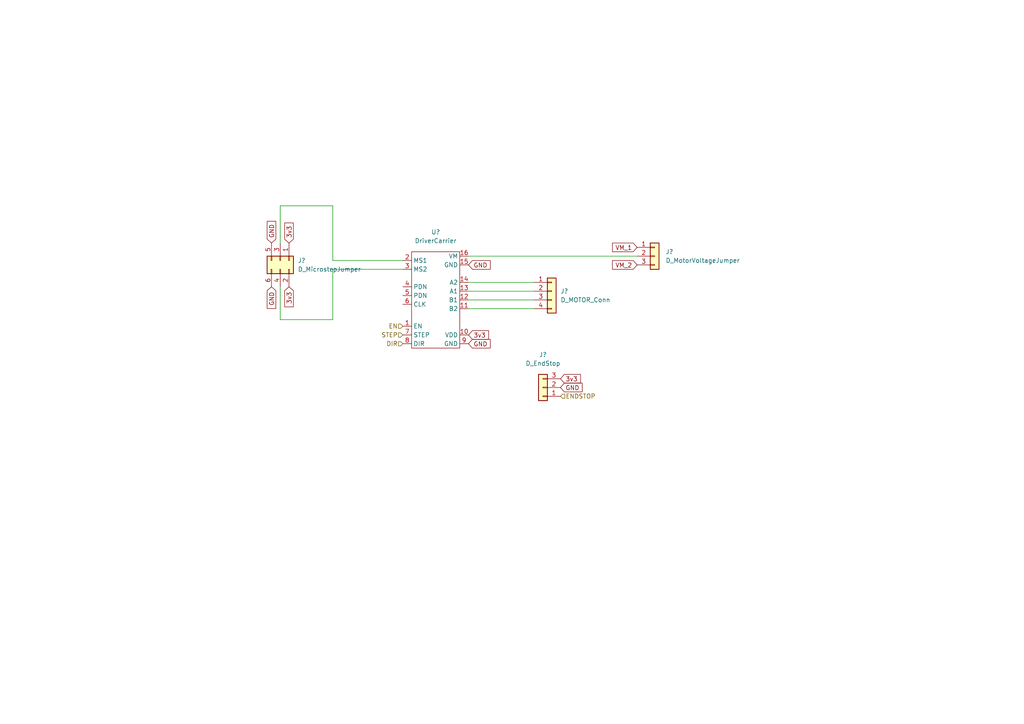
<source format=kicad_sch>
(kicad_sch (version 20211123) (generator eeschema)
  (paper "A4")
  (lib_symbols
    (symbol "Connector_Generic:Conn_01x03" (pin_names (offset 1.016) hide)
      (property "Reference" "J" (at 0 5.08 0))
      (property "Value" "Conn_01x03" (at 0 -5.08 0))
      (symbol "Conn_01x03_1_1"
        (rectangle (start -1.27 -2.413) (end 0 -2.667) (stroke (width 0.1524)))
        (rectangle (start -1.27 0.127) (end 0 -0.127) (stroke (width 0.1524)))
        (rectangle (start -1.27 2.667) (end 0 2.413) (stroke (width 0.1524)))
        (rectangle (start -1.27 3.81) (end 1.27 -3.81) (stroke (width 0.254)) (fill (type background)))
        (pin passive line (at -5.08 2.54 0) (length 3.81) (name "Pin_1") (number "1"))
        (pin passive line (at -5.08 0 0) (length 3.81) (name "Pin_2") (number "2"))
        (pin passive line (at -5.08 -2.54 0) (length 3.81) (name "Pin_3") (number "3"))
      )
    )
    (symbol "Connector_Generic:Conn_01x04" (pin_names (offset 1.016) hide)
      (property "Reference" "J" (at 0 5.08 0))
      (property "Value" "Conn_01x04" (at 0 -7.62 0))
      (symbol "Conn_01x04_1_1"
        (rectangle (start -1.27 -4.953) (end 0 -5.207) (stroke (width 0.1524)))
        (rectangle (start -1.27 -2.413) (end 0 -2.667) (stroke (width 0.1524)))
        (rectangle (start -1.27 0.127) (end 0 -0.127) (stroke (width 0.1524)))
        (rectangle (start -1.27 2.667) (end 0 2.413) (stroke (width 0.1524)))
        (rectangle (start -1.27 3.81) (end 1.27 -6.35) (stroke (width 0.254)) (fill (type background)))
        (pin passive line (at -5.08 2.54 0) (length 3.81) (name "Pin_1") (number "1"))
        (pin passive line (at -5.08 0 0) (length 3.81) (name "Pin_2") (number "2"))
        (pin passive line (at -5.08 -2.54 0) (length 3.81) (name "Pin_3") (number "3"))
        (pin passive line (at -5.08 -5.08 0) (length 3.81) (name "Pin_4") (number "4"))
      )
    )
    (symbol "Connector_Generic:Conn_02x03_Odd_Even" (pin_names (offset 1.016) hide)
      (property "Reference" "J" (at 1.27 5.08 0))
      (property "Value" "Conn_02x03_Odd_Even" (at 1.27 -5.08 0))
      (symbol "Conn_02x03_Odd_Even_1_1"
        (rectangle (start -1.27 -2.413) (end 0 -2.667) (stroke (width 0.1524)))
        (rectangle (start -1.27 0.127) (end 0 -0.127) (stroke (width 0.1524)))
        (rectangle (start -1.27 2.667) (end 0 2.413) (stroke (width 0.1524)))
        (rectangle (start -1.27 3.81) (end 3.81 -3.81) (stroke (width 0.254)) (fill (type background)))
        (rectangle (start 3.81 -2.413) (end 2.54 -2.667) (stroke (width 0.1524)))
        (rectangle (start 3.81 0.127) (end 2.54 -0.127) (stroke (width 0.1524)))
        (rectangle (start 3.81 2.667) (end 2.54 2.413) (stroke (width 0.1524)))
        (pin passive line (at -5.08 2.54 0) (length 3.81) (name "Pin_1") (number "1"))
        (pin passive line (at 7.62 2.54 180) (length 3.81) (name "Pin_2") (number "2"))
        (pin passive line (at -5.08 0 0) (length 3.81) (name "Pin_3") (number "3"))
        (pin passive line (at 7.62 0 180) (length 3.81) (name "Pin_4") (number "4"))
        (pin passive line (at -5.08 -2.54 0) (length 3.81) (name "Pin_5") (number "5"))
        (pin passive line (at 7.62 -2.54 180) (length 3.81) (name "Pin_6") (number "6"))
      )
    )
    (symbol "Drivers:DriverCarrier"
      (property "Reference" "U" (at -5.08 19.05 0))
      (property "Value" "DriverCarrier" (at 0 21.59 0))
      (symbol "DriverCarrier_0_1"
        (polyline (pts (xy -7.62 17.78) (xy -7.62 -10.16) (xy 6.35 -10.16) (xy 6.35 17.78) (xy -7.62 17.78)))
      )
      (symbol "DriverCarrier_1_1"
        (pin input line (at -10.16 -3.81 0) (length 2.54) (name "EN") (number "1"))
        (pin input line (at 8.89 -6.35 180) (length 2.54) (name "VDD") (number "10"))
        (pin input line (at 8.89 1.27 180) (length 2.54) (name "B2") (number "11"))
        (pin input line (at 8.89 3.81 180) (length 2.54) (name "B1") (number "12"))
        (pin input line (at 8.89 6.35 180) (length 2.54) (name "A1") (number "13"))
        (pin input line (at 8.89 8.89 180) (length 2.54) (name "A2") (number "14"))
        (pin input line (at 8.89 13.97 180) (length 2.54) (name "GND") (number "15"))
        (pin input line (at 8.89 16.51 180) (length 2.54) (name "VM") (number "16"))
        (pin input line (at -10.16 15.24 0) (length 2.54) (name "MS1") (number "2"))
        (pin input line (at -10.16 12.7 0) (length 2.54) (name "MS2") (number "3"))
        (pin input line (at -10.16 7.62 0) (length 2.54) (name "PDN") (number "4"))
        (pin input line (at -10.16 5.08 0) (length 2.54) (name "PDN") (number "5"))
        (pin input line (at -10.16 2.54 0) (length 2.54) (name "CLK") (number "6"))
        (pin input line (at -10.16 -6.35 0) (length 2.54) (name "STEP") (number "7"))
        (pin input line (at -10.16 -8.89 0) (length 2.54) (name "DIR") (number "8"))
        (pin input line (at 8.89 -8.89 180) (length 2.54) (name "GND") (number "9"))
      )
    )
  )
  (wire (pts (xy 96.52 75.565) (xy 116.84 75.565)))
  (wire (pts (xy 135.89 89.535) (xy 154.94 89.535)))
  (wire (pts (xy 135.89 86.995) (xy 154.94 86.995)))
  (wire (pts (xy 135.89 74.295) (xy 184.785 74.295)))
  (wire (pts (xy 96.52 92.71) (xy 96.52 78.105)))
  (wire (pts (xy 135.89 84.455) (xy 154.94 84.455)))
  (wire (pts (xy 81.28 92.71) (xy 96.52 92.71)))
  (wire (pts (xy 81.28 70.485) (xy 81.28 59.69)))
  (wire (pts (xy 96.52 59.69) (xy 96.52 75.565)))
  (wire (pts (xy 96.52 78.105) (xy 116.84 78.105)))
  (wire (pts (xy 135.89 81.915) (xy 154.94 81.915)))
  (wire (pts (xy 81.28 59.69) (xy 96.52 59.69)))
  (wire (pts (xy 81.28 83.185) (xy 81.28 92.71)))
  (global_label "GND" (shape input) (at 78.74 70.485 90) (property "Intersheet References" "${INTERSHEET_REFS}" (effects hide)))
  (global_label "VM_2" (shape input) (at 184.785 76.835 180) (property "Intersheet References" "${INTERSHEET_REFS}" (effects hide)))
  (global_label "3v3" (shape input) (at 83.82 70.485 90) (property "Intersheet References" "${INTERSHEET_REFS}" (effects hide)))
  (global_label "GND" (shape input) (at 162.56 112.395 0) (property "Intersheet References" "${INTERSHEET_REFS}" (effects hide)))
  (global_label "3v3" (shape input) (at 162.56 109.855 0) (property "Intersheet References" "${INTERSHEET_REFS}" (effects hide)))
  (global_label "VM_1" (shape input) (at 184.785 71.755 180) (property "Intersheet References" "${INTERSHEET_REFS}" (effects hide)))
  (global_label "GND" (shape input) (at 78.74 83.185 270) (property "Intersheet References" "${INTERSHEET_REFS}" (effects hide)))
  (global_label "3v3" (shape input) (at 83.82 83.185 270) (property "Intersheet References" "${INTERSHEET_REFS}" (effects hide)))
  (global_label "GND" (shape input) (at 135.89 76.835 0) (property "Intersheet References" "${INTERSHEET_REFS}" (effects hide)))
  (global_label "GND" (shape input) (at 135.89 99.695 0) (property "Intersheet References" "${INTERSHEET_REFS}" (effects hide)))
  (global_label "3v3" (shape input) (at 135.89 97.155 0) (property "Intersheet References" "${INTERSHEET_REFS}" (effects hide)))
  (hierarchical_label "DIR" (shape input) (at 116.84 99.695 180))
  (hierarchical_label "STEP" (shape input) (at 116.84 97.155 180))
  (hierarchical_label "EN" (shape input) (at 116.84 94.615 180))
  (hierarchical_label "ENDSTOP" (shape input) (at 162.56 114.935 0))
  (symbol (lib_id "Connector_Generic:Conn_02x03_Odd_Even") (at 81.28 75.565 270)
    (property "Reference" "J?" (at 86.36 75.5649 90) (effects (justify left)))
    (property "Value" "D_MicrostepJumper" (at 86.36 78.1049 90) (effects (justify left)))
    (property "Footprint" "Connector_PinHeader_2.54mm:PinHeader_2x03_P2.54mm_Vertical" (effects hide))
  )
  (symbol (lib_id "Connector_Generic:Conn_01x04") (at 160.02 84.455 0)
    (property "Reference" "J?" (at 162.56 84.4549 0) (effects (justify left)))
    (property "Value" "D_MOTOR_Conn" (at 162.56 86.9949 0) (effects (justify left)))
  )
  (symbol (lib_id "Connector_Generic:Conn_01x03") (at 157.48 112.395 180)
    (property "Reference" "J?" (at 157.48 102.87 0))
    (property "Value" "D_EndStop" (at 157.48 105.41 0))
  )
  (symbol (lib_id "Drivers:DriverCarrier") (at 127 90.805 0)
    (property "Reference" "U?" (at 126.365 67.31 0))
    (property "Value" "DriverCarrier" (at 126.365 69.85 0))
  )
  (symbol (lib_id "Connector_Generic:Conn_01x03") (at 189.865 74.295 0)
    (property "Reference" "J?" (at 193.04 73.0249 0) (effects (justify left)))
    (property "Value" "D_MotorVoltageJumper" (at 193.04 75.5649 0) (effects (justify left)))
  )
)
</source>
